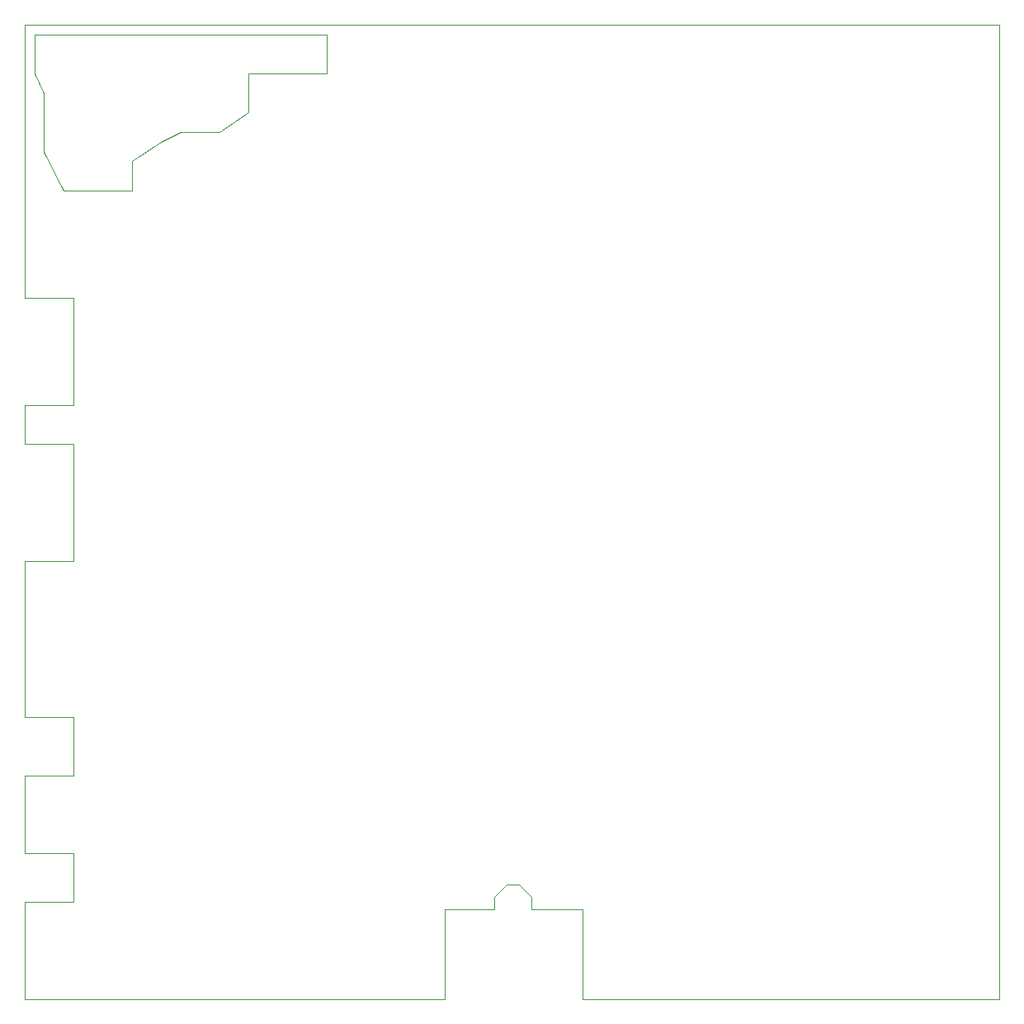
<source format=gbr>
G04 #@! TF.GenerationSoftware,KiCad,Pcbnew,(5.1.4)-1*
G04 #@! TF.CreationDate,2019-12-11T22:02:44-05:00*
G04 #@! TF.ProjectId,spacer,73706163-6572-42e6-9b69-6361645f7063,rev?*
G04 #@! TF.SameCoordinates,Original*
G04 #@! TF.FileFunction,Profile,NP*
%FSLAX46Y46*%
G04 Gerber Fmt 4.6, Leading zero omitted, Abs format (unit mm)*
G04 Created by KiCad (PCBNEW (5.1.4)-1) date 2019-12-11 22:02:44*
%MOMM*%
%LPD*%
G04 APERTURE LIST*
%ADD10C,0.050000*%
G04 APERTURE END LIST*
D10*
X20000000Y-11000000D02*
X23000000Y-9000000D01*
X2000000Y-13000000D02*
X4000000Y-17000000D01*
X2000000Y-7000000D02*
X2000000Y-13000000D01*
X1000000Y-5000000D02*
X2000000Y-7000000D01*
X1000000Y-1000000D02*
X1000000Y-5000000D01*
X31000000Y-1000000D02*
X1000000Y-1000000D01*
X31000000Y-5000000D02*
X31000000Y-1000000D01*
X23000000Y-5000000D02*
X31000000Y-5000000D01*
X23000000Y-9000000D02*
X23000000Y-5000000D01*
X16000000Y-11000000D02*
X20000000Y-11000000D01*
X14000000Y-12000000D02*
X16000000Y-11000000D01*
X11000000Y-14000000D02*
X14000000Y-12000000D01*
X11000000Y-17000000D02*
X11000000Y-14000000D01*
X4000000Y-17000000D02*
X11000000Y-17000000D01*
X0Y-28000000D02*
X0Y0D01*
X0Y-43000000D02*
X0Y-39000000D01*
X0Y-71000000D02*
X0Y-55000000D01*
X0Y-85000000D02*
X0Y-77000000D01*
X0Y-100000000D02*
X0Y-90000000D01*
X5000000Y-28000000D02*
X0Y-28000000D01*
X5000000Y-39000000D02*
X5000000Y-28000000D01*
X0Y-39000000D02*
X5000000Y-39000000D01*
X5000000Y-43000000D02*
X0Y-43000000D01*
X5000000Y-55000000D02*
X5000000Y-43000000D01*
X0Y-55000000D02*
X5000000Y-55000000D01*
X5000000Y-71000000D02*
X0Y-71000000D01*
X5000000Y-77000000D02*
X5000000Y-71000000D01*
X0Y-77000000D02*
X5000000Y-77000000D01*
X5000000Y-85000000D02*
X0Y-85000000D01*
X5000000Y-90000000D02*
X5000000Y-85000000D01*
X0Y-90000000D02*
X5000000Y-90000000D01*
X52010000Y-90740000D02*
X57280500Y-90740000D01*
X52010000Y-89470000D02*
X52010000Y-90740000D01*
X50740000Y-88200000D02*
X52010000Y-89470000D01*
X49470000Y-88200000D02*
X50740000Y-88200000D01*
X48200000Y-89470000D02*
X49470000Y-88200000D01*
X48200000Y-90740000D02*
X48200000Y-89470000D01*
X43120000Y-90740000D02*
X48200000Y-90740000D01*
X57280500Y-100000000D02*
X100000000Y-100000000D01*
X0Y-100000000D02*
X43120000Y-100000000D01*
X57280500Y-90740000D02*
X57280500Y-100000000D01*
X43120000Y-100000000D02*
X43120000Y-90740000D01*
X100000000Y0D02*
X100000000Y-100000000D01*
X0Y0D02*
X100000000Y0D01*
M02*

</source>
